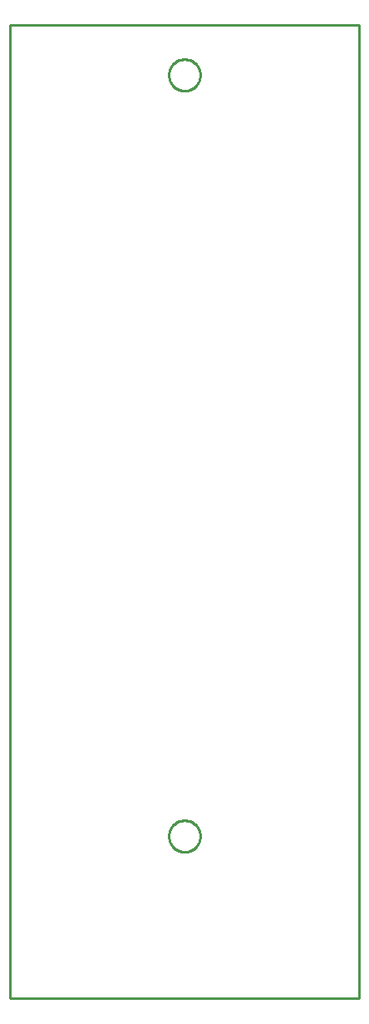
<source format=gko>
G04 EAGLE Gerber RS-274X export*
G75*
%MOMM*%
%FSLAX34Y34*%
%LPD*%
%INBoard Outline*%
%IPPOS*%
%AMOC8*
5,1,8,0,0,1.08239X$1,22.5*%
G01*
%ADD10C,0.000000*%
%ADD11C,0.254000*%


D10*
X0Y0D02*
X355600Y0D01*
X355600Y990600D01*
X0Y990500D01*
X0Y0D01*
X161798Y165100D02*
X161803Y165493D01*
X161817Y165885D01*
X161841Y166277D01*
X161875Y166668D01*
X161918Y167059D01*
X161971Y167448D01*
X162034Y167836D01*
X162105Y168222D01*
X162187Y168606D01*
X162278Y168988D01*
X162378Y169368D01*
X162487Y169745D01*
X162606Y170120D01*
X162733Y170491D01*
X162870Y170859D01*
X163016Y171224D01*
X163171Y171585D01*
X163334Y171942D01*
X163507Y172295D01*
X163687Y172643D01*
X163877Y172987D01*
X164075Y173327D01*
X164281Y173661D01*
X164495Y173990D01*
X164717Y174314D01*
X164947Y174632D01*
X165185Y174945D01*
X165430Y175252D01*
X165683Y175552D01*
X165943Y175846D01*
X166211Y176134D01*
X166485Y176415D01*
X166766Y176689D01*
X167054Y176957D01*
X167348Y177217D01*
X167648Y177470D01*
X167955Y177715D01*
X168268Y177953D01*
X168586Y178183D01*
X168910Y178405D01*
X169239Y178619D01*
X169573Y178825D01*
X169913Y179023D01*
X170257Y179213D01*
X170605Y179393D01*
X170958Y179566D01*
X171315Y179729D01*
X171676Y179884D01*
X172041Y180030D01*
X172409Y180167D01*
X172780Y180294D01*
X173155Y180413D01*
X173532Y180522D01*
X173912Y180622D01*
X174294Y180713D01*
X174678Y180795D01*
X175064Y180866D01*
X175452Y180929D01*
X175841Y180982D01*
X176232Y181025D01*
X176623Y181059D01*
X177015Y181083D01*
X177407Y181097D01*
X177800Y181102D01*
X178193Y181097D01*
X178585Y181083D01*
X178977Y181059D01*
X179368Y181025D01*
X179759Y180982D01*
X180148Y180929D01*
X180536Y180866D01*
X180922Y180795D01*
X181306Y180713D01*
X181688Y180622D01*
X182068Y180522D01*
X182445Y180413D01*
X182820Y180294D01*
X183191Y180167D01*
X183559Y180030D01*
X183924Y179884D01*
X184285Y179729D01*
X184642Y179566D01*
X184995Y179393D01*
X185343Y179213D01*
X185687Y179023D01*
X186027Y178825D01*
X186361Y178619D01*
X186690Y178405D01*
X187014Y178183D01*
X187332Y177953D01*
X187645Y177715D01*
X187952Y177470D01*
X188252Y177217D01*
X188546Y176957D01*
X188834Y176689D01*
X189115Y176415D01*
X189389Y176134D01*
X189657Y175846D01*
X189917Y175552D01*
X190170Y175252D01*
X190415Y174945D01*
X190653Y174632D01*
X190883Y174314D01*
X191105Y173990D01*
X191319Y173661D01*
X191525Y173327D01*
X191723Y172987D01*
X191913Y172643D01*
X192093Y172295D01*
X192266Y171942D01*
X192429Y171585D01*
X192584Y171224D01*
X192730Y170859D01*
X192867Y170491D01*
X192994Y170120D01*
X193113Y169745D01*
X193222Y169368D01*
X193322Y168988D01*
X193413Y168606D01*
X193495Y168222D01*
X193566Y167836D01*
X193629Y167448D01*
X193682Y167059D01*
X193725Y166668D01*
X193759Y166277D01*
X193783Y165885D01*
X193797Y165493D01*
X193802Y165100D01*
X193797Y164707D01*
X193783Y164315D01*
X193759Y163923D01*
X193725Y163532D01*
X193682Y163141D01*
X193629Y162752D01*
X193566Y162364D01*
X193495Y161978D01*
X193413Y161594D01*
X193322Y161212D01*
X193222Y160832D01*
X193113Y160455D01*
X192994Y160080D01*
X192867Y159709D01*
X192730Y159341D01*
X192584Y158976D01*
X192429Y158615D01*
X192266Y158258D01*
X192093Y157905D01*
X191913Y157557D01*
X191723Y157213D01*
X191525Y156873D01*
X191319Y156539D01*
X191105Y156210D01*
X190883Y155886D01*
X190653Y155568D01*
X190415Y155255D01*
X190170Y154948D01*
X189917Y154648D01*
X189657Y154354D01*
X189389Y154066D01*
X189115Y153785D01*
X188834Y153511D01*
X188546Y153243D01*
X188252Y152983D01*
X187952Y152730D01*
X187645Y152485D01*
X187332Y152247D01*
X187014Y152017D01*
X186690Y151795D01*
X186361Y151581D01*
X186027Y151375D01*
X185687Y151177D01*
X185343Y150987D01*
X184995Y150807D01*
X184642Y150634D01*
X184285Y150471D01*
X183924Y150316D01*
X183559Y150170D01*
X183191Y150033D01*
X182820Y149906D01*
X182445Y149787D01*
X182068Y149678D01*
X181688Y149578D01*
X181306Y149487D01*
X180922Y149405D01*
X180536Y149334D01*
X180148Y149271D01*
X179759Y149218D01*
X179368Y149175D01*
X178977Y149141D01*
X178585Y149117D01*
X178193Y149103D01*
X177800Y149098D01*
X177407Y149103D01*
X177015Y149117D01*
X176623Y149141D01*
X176232Y149175D01*
X175841Y149218D01*
X175452Y149271D01*
X175064Y149334D01*
X174678Y149405D01*
X174294Y149487D01*
X173912Y149578D01*
X173532Y149678D01*
X173155Y149787D01*
X172780Y149906D01*
X172409Y150033D01*
X172041Y150170D01*
X171676Y150316D01*
X171315Y150471D01*
X170958Y150634D01*
X170605Y150807D01*
X170257Y150987D01*
X169913Y151177D01*
X169573Y151375D01*
X169239Y151581D01*
X168910Y151795D01*
X168586Y152017D01*
X168268Y152247D01*
X167955Y152485D01*
X167648Y152730D01*
X167348Y152983D01*
X167054Y153243D01*
X166766Y153511D01*
X166485Y153785D01*
X166211Y154066D01*
X165943Y154354D01*
X165683Y154648D01*
X165430Y154948D01*
X165185Y155255D01*
X164947Y155568D01*
X164717Y155886D01*
X164495Y156210D01*
X164281Y156539D01*
X164075Y156873D01*
X163877Y157213D01*
X163687Y157557D01*
X163507Y157905D01*
X163334Y158258D01*
X163171Y158615D01*
X163016Y158976D01*
X162870Y159341D01*
X162733Y159709D01*
X162606Y160080D01*
X162487Y160455D01*
X162378Y160832D01*
X162278Y161212D01*
X162187Y161594D01*
X162105Y161978D01*
X162034Y162364D01*
X161971Y162752D01*
X161918Y163141D01*
X161875Y163532D01*
X161841Y163923D01*
X161817Y164315D01*
X161803Y164707D01*
X161798Y165100D01*
X161798Y939800D02*
X161803Y940193D01*
X161817Y940585D01*
X161841Y940977D01*
X161875Y941368D01*
X161918Y941759D01*
X161971Y942148D01*
X162034Y942536D01*
X162105Y942922D01*
X162187Y943306D01*
X162278Y943688D01*
X162378Y944068D01*
X162487Y944445D01*
X162606Y944820D01*
X162733Y945191D01*
X162870Y945559D01*
X163016Y945924D01*
X163171Y946285D01*
X163334Y946642D01*
X163507Y946995D01*
X163687Y947343D01*
X163877Y947687D01*
X164075Y948027D01*
X164281Y948361D01*
X164495Y948690D01*
X164717Y949014D01*
X164947Y949332D01*
X165185Y949645D01*
X165430Y949952D01*
X165683Y950252D01*
X165943Y950546D01*
X166211Y950834D01*
X166485Y951115D01*
X166766Y951389D01*
X167054Y951657D01*
X167348Y951917D01*
X167648Y952170D01*
X167955Y952415D01*
X168268Y952653D01*
X168586Y952883D01*
X168910Y953105D01*
X169239Y953319D01*
X169573Y953525D01*
X169913Y953723D01*
X170257Y953913D01*
X170605Y954093D01*
X170958Y954266D01*
X171315Y954429D01*
X171676Y954584D01*
X172041Y954730D01*
X172409Y954867D01*
X172780Y954994D01*
X173155Y955113D01*
X173532Y955222D01*
X173912Y955322D01*
X174294Y955413D01*
X174678Y955495D01*
X175064Y955566D01*
X175452Y955629D01*
X175841Y955682D01*
X176232Y955725D01*
X176623Y955759D01*
X177015Y955783D01*
X177407Y955797D01*
X177800Y955802D01*
X178193Y955797D01*
X178585Y955783D01*
X178977Y955759D01*
X179368Y955725D01*
X179759Y955682D01*
X180148Y955629D01*
X180536Y955566D01*
X180922Y955495D01*
X181306Y955413D01*
X181688Y955322D01*
X182068Y955222D01*
X182445Y955113D01*
X182820Y954994D01*
X183191Y954867D01*
X183559Y954730D01*
X183924Y954584D01*
X184285Y954429D01*
X184642Y954266D01*
X184995Y954093D01*
X185343Y953913D01*
X185687Y953723D01*
X186027Y953525D01*
X186361Y953319D01*
X186690Y953105D01*
X187014Y952883D01*
X187332Y952653D01*
X187645Y952415D01*
X187952Y952170D01*
X188252Y951917D01*
X188546Y951657D01*
X188834Y951389D01*
X189115Y951115D01*
X189389Y950834D01*
X189657Y950546D01*
X189917Y950252D01*
X190170Y949952D01*
X190415Y949645D01*
X190653Y949332D01*
X190883Y949014D01*
X191105Y948690D01*
X191319Y948361D01*
X191525Y948027D01*
X191723Y947687D01*
X191913Y947343D01*
X192093Y946995D01*
X192266Y946642D01*
X192429Y946285D01*
X192584Y945924D01*
X192730Y945559D01*
X192867Y945191D01*
X192994Y944820D01*
X193113Y944445D01*
X193222Y944068D01*
X193322Y943688D01*
X193413Y943306D01*
X193495Y942922D01*
X193566Y942536D01*
X193629Y942148D01*
X193682Y941759D01*
X193725Y941368D01*
X193759Y940977D01*
X193783Y940585D01*
X193797Y940193D01*
X193802Y939800D01*
X193797Y939407D01*
X193783Y939015D01*
X193759Y938623D01*
X193725Y938232D01*
X193682Y937841D01*
X193629Y937452D01*
X193566Y937064D01*
X193495Y936678D01*
X193413Y936294D01*
X193322Y935912D01*
X193222Y935532D01*
X193113Y935155D01*
X192994Y934780D01*
X192867Y934409D01*
X192730Y934041D01*
X192584Y933676D01*
X192429Y933315D01*
X192266Y932958D01*
X192093Y932605D01*
X191913Y932257D01*
X191723Y931913D01*
X191525Y931573D01*
X191319Y931239D01*
X191105Y930910D01*
X190883Y930586D01*
X190653Y930268D01*
X190415Y929955D01*
X190170Y929648D01*
X189917Y929348D01*
X189657Y929054D01*
X189389Y928766D01*
X189115Y928485D01*
X188834Y928211D01*
X188546Y927943D01*
X188252Y927683D01*
X187952Y927430D01*
X187645Y927185D01*
X187332Y926947D01*
X187014Y926717D01*
X186690Y926495D01*
X186361Y926281D01*
X186027Y926075D01*
X185687Y925877D01*
X185343Y925687D01*
X184995Y925507D01*
X184642Y925334D01*
X184285Y925171D01*
X183924Y925016D01*
X183559Y924870D01*
X183191Y924733D01*
X182820Y924606D01*
X182445Y924487D01*
X182068Y924378D01*
X181688Y924278D01*
X181306Y924187D01*
X180922Y924105D01*
X180536Y924034D01*
X180148Y923971D01*
X179759Y923918D01*
X179368Y923875D01*
X178977Y923841D01*
X178585Y923817D01*
X178193Y923803D01*
X177800Y923798D01*
X177407Y923803D01*
X177015Y923817D01*
X176623Y923841D01*
X176232Y923875D01*
X175841Y923918D01*
X175452Y923971D01*
X175064Y924034D01*
X174678Y924105D01*
X174294Y924187D01*
X173912Y924278D01*
X173532Y924378D01*
X173155Y924487D01*
X172780Y924606D01*
X172409Y924733D01*
X172041Y924870D01*
X171676Y925016D01*
X171315Y925171D01*
X170958Y925334D01*
X170605Y925507D01*
X170257Y925687D01*
X169913Y925877D01*
X169573Y926075D01*
X169239Y926281D01*
X168910Y926495D01*
X168586Y926717D01*
X168268Y926947D01*
X167955Y927185D01*
X167648Y927430D01*
X167348Y927683D01*
X167054Y927943D01*
X166766Y928211D01*
X166485Y928485D01*
X166211Y928766D01*
X165943Y929054D01*
X165683Y929348D01*
X165430Y929648D01*
X165185Y929955D01*
X164947Y930268D01*
X164717Y930586D01*
X164495Y930910D01*
X164281Y931239D01*
X164075Y931573D01*
X163877Y931913D01*
X163687Y932257D01*
X163507Y932605D01*
X163334Y932958D01*
X163171Y933315D01*
X163016Y933676D01*
X162870Y934041D01*
X162733Y934409D01*
X162606Y934780D01*
X162487Y935155D01*
X162378Y935532D01*
X162278Y935912D01*
X162187Y936294D01*
X162105Y936678D01*
X162034Y937064D01*
X161971Y937452D01*
X161918Y937841D01*
X161875Y938232D01*
X161841Y938623D01*
X161817Y939015D01*
X161803Y939407D01*
X161798Y939800D01*
D11*
X0Y0D02*
X355600Y0D01*
X355600Y990600D01*
X0Y990500D01*
X0Y0D01*
X193802Y164576D02*
X193733Y163531D01*
X193597Y162492D01*
X193392Y161464D01*
X193121Y160452D01*
X192784Y159460D01*
X192383Y158492D01*
X191920Y157553D01*
X191396Y156645D01*
X190814Y155774D01*
X190176Y154943D01*
X189486Y154155D01*
X188745Y153414D01*
X187957Y152724D01*
X187126Y152086D01*
X186255Y151504D01*
X185347Y150980D01*
X184408Y150517D01*
X183440Y150116D01*
X182448Y149779D01*
X181436Y149508D01*
X180408Y149303D01*
X179369Y149167D01*
X178324Y149098D01*
X177276Y149098D01*
X176231Y149167D01*
X175192Y149303D01*
X174164Y149508D01*
X173152Y149779D01*
X172160Y150116D01*
X171192Y150517D01*
X170253Y150980D01*
X169345Y151504D01*
X168474Y152086D01*
X167643Y152724D01*
X166855Y153414D01*
X166114Y154155D01*
X165424Y154943D01*
X164786Y155774D01*
X164204Y156645D01*
X163680Y157553D01*
X163217Y158492D01*
X162816Y159460D01*
X162479Y160452D01*
X162208Y161464D01*
X162003Y162492D01*
X161867Y163531D01*
X161798Y164576D01*
X161798Y165624D01*
X161867Y166669D01*
X162003Y167708D01*
X162208Y168736D01*
X162479Y169748D01*
X162816Y170740D01*
X163217Y171708D01*
X163680Y172647D01*
X164204Y173555D01*
X164786Y174426D01*
X165424Y175257D01*
X166114Y176045D01*
X166855Y176786D01*
X167643Y177476D01*
X168474Y178114D01*
X169345Y178696D01*
X170253Y179220D01*
X171192Y179683D01*
X172160Y180084D01*
X173152Y180421D01*
X174164Y180692D01*
X175192Y180897D01*
X176231Y181033D01*
X177276Y181102D01*
X178324Y181102D01*
X179369Y181033D01*
X180408Y180897D01*
X181436Y180692D01*
X182448Y180421D01*
X183440Y180084D01*
X184408Y179683D01*
X185347Y179220D01*
X186255Y178696D01*
X187126Y178114D01*
X187957Y177476D01*
X188745Y176786D01*
X189486Y176045D01*
X190176Y175257D01*
X190814Y174426D01*
X191396Y173555D01*
X191920Y172647D01*
X192383Y171708D01*
X192784Y170740D01*
X193121Y169748D01*
X193392Y168736D01*
X193597Y167708D01*
X193733Y166669D01*
X193802Y165624D01*
X193802Y164576D01*
X193802Y939276D02*
X193733Y938231D01*
X193597Y937192D01*
X193392Y936164D01*
X193121Y935152D01*
X192784Y934160D01*
X192383Y933192D01*
X191920Y932253D01*
X191396Y931345D01*
X190814Y930474D01*
X190176Y929643D01*
X189486Y928855D01*
X188745Y928114D01*
X187957Y927424D01*
X187126Y926786D01*
X186255Y926204D01*
X185347Y925680D01*
X184408Y925217D01*
X183440Y924816D01*
X182448Y924479D01*
X181436Y924208D01*
X180408Y924003D01*
X179369Y923867D01*
X178324Y923798D01*
X177276Y923798D01*
X176231Y923867D01*
X175192Y924003D01*
X174164Y924208D01*
X173152Y924479D01*
X172160Y924816D01*
X171192Y925217D01*
X170253Y925680D01*
X169345Y926204D01*
X168474Y926786D01*
X167643Y927424D01*
X166855Y928114D01*
X166114Y928855D01*
X165424Y929643D01*
X164786Y930474D01*
X164204Y931345D01*
X163680Y932253D01*
X163217Y933192D01*
X162816Y934160D01*
X162479Y935152D01*
X162208Y936164D01*
X162003Y937192D01*
X161867Y938231D01*
X161798Y939276D01*
X161798Y940324D01*
X161867Y941369D01*
X162003Y942408D01*
X162208Y943436D01*
X162479Y944448D01*
X162816Y945440D01*
X163217Y946408D01*
X163680Y947347D01*
X164204Y948255D01*
X164786Y949126D01*
X165424Y949957D01*
X166114Y950745D01*
X166855Y951486D01*
X167643Y952176D01*
X168474Y952814D01*
X169345Y953396D01*
X170253Y953920D01*
X171192Y954383D01*
X172160Y954784D01*
X173152Y955121D01*
X174164Y955392D01*
X175192Y955597D01*
X176231Y955733D01*
X177276Y955802D01*
X178324Y955802D01*
X179369Y955733D01*
X180408Y955597D01*
X181436Y955392D01*
X182448Y955121D01*
X183440Y954784D01*
X184408Y954383D01*
X185347Y953920D01*
X186255Y953396D01*
X187126Y952814D01*
X187957Y952176D01*
X188745Y951486D01*
X189486Y950745D01*
X190176Y949957D01*
X190814Y949126D01*
X191396Y948255D01*
X191920Y947347D01*
X192383Y946408D01*
X192784Y945440D01*
X193121Y944448D01*
X193392Y943436D01*
X193597Y942408D01*
X193733Y941369D01*
X193802Y940324D01*
X193802Y939276D01*
M02*

</source>
